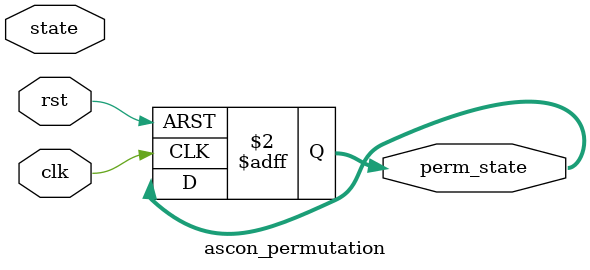
<source format=sv>
`timescale 1ns / 1ps


module ascon_permutation (
  input clk, rst,
  input [127:0] state,
  output reg [127:0] perm_state
);

  always @(posedge clk, posedge rst) begin
    if (rst) begin
      perm_state <= 128'h0;
    end
    else begin
      perm_state[31:0] <= state[31:0];
      perm_state[63:32] <= state[95:64];
      perm_state[95:64] <= state[63:32];
      perm_state[127:96] <= state[127:96];
      perm_state[63:0] <= perm_state[63:0];
      perm_state[127:64] <= perm_state[127:64];
    end
  end

endmodule



</source>
